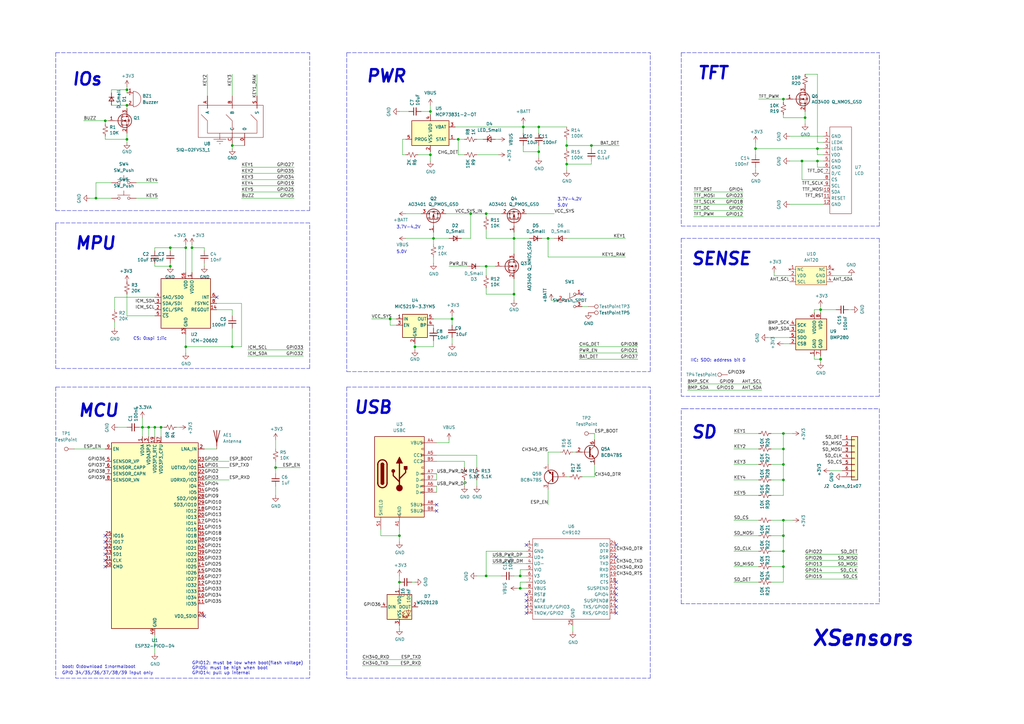
<source format=kicad_sch>
(kicad_sch (version 20211123) (generator eeschema)
  (paper "A3")
  (title_block (title "XTerminal") (date "2021-12-03") (rev "v1.0") (company "LithiumStudio"))
  (junction (at 335.28 66.04))
  (junction (at 176.53 63.5))
  (junction (at 58.42 175.26))
  (junction (at 39.37 81.28))
  (junction (at 321.31 226.06))
  (junction (at 213.36 241.3))
  (junction (at 232.41 59.69))
  (junction (at 321.31 219.71))
  (junction (at 220.98 52.07))
  (junction (at 69.85 109.22))
  (junction (at 60.96 175.26))
  (junction (at 43.18 49.53))
  (junction (at 69.85 101.6))
  (junction (at 52.07 43.18))
  (junction (at 95.25 142.24))
  (junction (at 176.53 45.72))
  (junction (at 224.79 97.79))
  (junction (at 177.8 97.79))
  (junction (at 185.42 130.81))
  (junction (at 163.83 238.76))
  (junction (at 321.31 40.64))
  (junction (at 199.39 236.22))
  (junction (at 330.2 48.26))
  (junction (at 242.57 59.69))
  (junction (at 309.88 60.96))
  (junction (at 66.04 175.26))
  (junction (at 193.04 87.63))
  (junction (at 199.39 109.22))
  (junction (at 232.41 67.31))
  (junction (at 210.82 97.79))
  (junction (at 220.98 62.23))
  (junction (at 52.07 36.83))
  (junction (at 336.55 147.32))
  (junction (at 113.03 191.77))
  (junction (at 63.5 175.26))
  (junction (at 199.39 87.63))
  (junction (at 321.31 213.36))
  (junction (at 163.83 219.71))
  (junction (at 335.28 60.96))
  (junction (at 328.93 66.04))
  (junction (at 214.63 52.07))
  (junction (at 321.31 196.85))
  (junction (at 321.31 232.41))
  (junction (at 321.31 177.8))
  (junction (at 170.18 142.24))
  (junction (at 78.74 101.6))
  (junction (at 321.31 184.15))
  (junction (at 52.07 57.15))
  (junction (at 160.02 130.81))
  (junction (at 187.96 57.15))
  (junction (at 76.2 142.24))
  (junction (at 213.36 236.22))
  (junction (at 76.2 101.6))
  (junction (at 336.55 127))
  (junction (at 95.25 59.69))
  (junction (at 321.31 190.5))
  (junction (at 210.82 120.65))
  (no_connect (at 88.9 121.92))
  (no_connect (at 252.73 251.46))
  (no_connect (at 252.73 246.38))
  (no_connect (at 252.73 243.84))
  (no_connect (at 252.73 248.92))
  (no_connect (at 252.73 241.3))
  (no_connect (at 252.73 238.76))
  (no_connect (at 252.73 223.52))
  (no_connect (at 215.9 223.52))
  (no_connect (at 43.18 227.33))
  (no_connect (at 43.18 229.87))
  (no_connect (at 43.18 232.41))
  (no_connect (at 43.18 224.79))
  (no_connect (at 43.18 222.25))
  (no_connect (at 43.18 219.71))
  (no_connect (at 179.07 207.01))
  (no_connect (at 238.76 120.65))
  (no_connect (at 252.73 228.6))
  (no_connect (at 179.07 209.55))
  (no_connect (at 83.82 252.73))
  (no_connect (at 215.9 246.38))
  (no_connect (at 215.9 251.46))
  (no_connect (at 215.9 243.84))
  (no_connect (at 215.9 248.92))
  (wire (pts (xy 330.2 30.48) (xy 335.28 30.48)))
  (wire (pts (xy 184.15 180.34) (xy 184.15 181.61)))
  (wire (pts (xy 95.25 134.62) (xy 95.25 142.24)))
  (wire (pts (xy 321.31 177.8) (xy 321.31 184.15)))
  (wire (pts (xy 99.06 76.2) (xy 120.65 76.2)))
  (wire (pts (xy 335.28 58.42) (xy 337.82 58.42)))
  (wire (pts (xy 176.53 66.04) (xy 176.53 63.5)))
  (wire (pts (xy 195.58 57.15) (xy 198.12 57.15)))
  (wire (pts (xy 300.99 238.76) (xy 311.15 238.76)))
  (wire (pts (xy 242.57 59.69) (xy 242.57 60.96)))
  (wire (pts (xy 300.99 219.71) (xy 311.15 219.71)))
  (wire (pts (xy 179.07 186.69) (xy 195.58 186.69)))
  (wire (pts (xy 58.42 175.26) (xy 58.42 179.07)))
  (wire (pts (xy 39.37 81.28) (xy 36.83 81.28)))
  (polyline (pts (xy 22.86 158.75) (xy 127 158.75)))
  (wire (pts (xy 340.36 193.04) (xy 345.44 193.04)))
  (wire (pts (xy 281.94 160.02) (xy 312.42 160.02)))
  (wire (pts (xy 193.04 87.63) (xy 199.39 87.63)))
  (wire (pts (xy 52.07 57.15) (xy 52.07 58.42)))
  (polyline (pts (xy 127 86.36) (xy 127 21.59)))
  (wire (pts (xy 195.58 196.85) (xy 195.58 199.39)))
  (wire (pts (xy 341.63 113.03) (xy 349.25 113.03)))
  (wire (pts (xy 177.8 97.79) (xy 184.15 97.79)))
  (wire (pts (xy 63.5 109.22) (xy 69.85 109.22)))
  (polyline (pts (xy 127 151.13) (xy 127 91.44)))
  (wire (pts (xy 172.72 45.72) (xy 176.53 45.72)))
  (wire (pts (xy 336.55 146.05) (xy 336.55 147.32)))
  (polyline (pts (xy 360.68 247.65) (xy 279.4 247.65)))
  (wire (pts (xy 170.18 143.51) (xy 170.18 142.24)))
  (wire (pts (xy 224.79 105.41) (xy 224.79 97.79)))
  (wire (pts (xy 232.41 66.04) (xy 232.41 67.31)))
  (wire (pts (xy 160.02 133.35) (xy 160.02 130.81)))
  (wire (pts (xy 201.93 231.14) (xy 215.9 231.14)))
  (wire (pts (xy 232.41 195.58) (xy 233.68 195.58)))
  (wire (pts (xy 337.82 73.66) (xy 328.93 73.66)))
  (wire (pts (xy 78.74 100.33) (xy 78.74 101.6)))
  (polyline (pts (xy 127 91.44) (xy 22.86 91.44)))
  (wire (pts (xy 337.82 68.58) (xy 335.28 68.58)))
  (polyline (pts (xy 360.68 167.64) (xy 360.68 247.65)))
  (wire (pts (xy 160.02 130.81) (xy 162.56 130.81)))
  (wire (pts (xy 88.9 124.46) (xy 99.06 124.46)))
  (wire (pts (xy 321.31 238.76) (xy 316.23 238.76)))
  (wire (pts (xy 220.98 62.23) (xy 220.98 64.77)))
  (polyline (pts (xy 22.86 91.44) (xy 22.86 92.71)))
  (wire (pts (xy 281.94 157.48) (xy 312.42 157.48)))
  (wire (pts (xy 190.5 189.23) (xy 190.5 191.77)))
  (wire (pts (xy 196.85 109.22) (xy 199.39 109.22)))
  (wire (pts (xy 325.12 177.8) (xy 321.31 177.8)))
  (polyline (pts (xy 360.68 162.56) (xy 279.4 162.56)))
  (wire (pts (xy 170.18 142.24) (xy 177.8 142.24)))
  (wire (pts (xy 66.04 179.07) (xy 66.04 175.26)))
  (wire (pts (xy 199.39 87.63) (xy 199.39 88.9)))
  (wire (pts (xy 52.07 57.15) (xy 52.07 54.61)))
  (wire (pts (xy 321.31 213.36) (xy 321.31 219.71)))
  (wire (pts (xy 300.99 184.15) (xy 311.15 184.15)))
  (wire (pts (xy 335.28 30.48) (xy 335.28 58.42)))
  (wire (pts (xy 52.07 43.18) (xy 52.07 44.45)))
  (wire (pts (xy 99.06 71.12) (xy 120.65 71.12)))
  (wire (pts (xy 52.07 36.83) (xy 52.07 38.1)))
  (wire (pts (xy 237.49 142.24) (xy 261.62 142.24)))
  (wire (pts (xy 182.88 87.63) (xy 193.04 87.63)))
  (wire (pts (xy 63.5 260.35) (xy 63.5 267.97)))
  (wire (pts (xy 214.63 62.23) (xy 220.98 62.23)))
  (wire (pts (xy 190.5 63.5) (xy 187.96 63.5)))
  (wire (pts (xy 69.85 102.87) (xy 69.85 101.6)))
  (wire (pts (xy 328.93 66.04) (xy 335.28 66.04)))
  (wire (pts (xy 187.96 57.15) (xy 190.5 57.15)))
  (wire (pts (xy 204.47 57.15) (xy 203.2 57.15)))
  (wire (pts (xy 311.15 40.64) (xy 321.31 40.64)))
  (wire (pts (xy 193.04 97.79) (xy 193.04 87.63)))
  (polyline (pts (xy 279.4 21.59) (xy 279.4 92.71)))
  (wire (pts (xy 88.9 127) (xy 95.25 127)))
  (polyline (pts (xy 22.86 158.75) (xy 22.86 278.13)))
  (wire (pts (xy 177.8 95.25) (xy 177.8 97.79)))
  (wire (pts (xy 190.5 196.85) (xy 190.5 199.39)))
  (wire (pts (xy 186.69 52.07) (xy 214.63 52.07)))
  (wire (pts (xy 210.82 120.65) (xy 210.82 114.3)))
  (wire (pts (xy 214.63 52.07) (xy 220.98 52.07)))
  (wire (pts (xy 176.53 63.5) (xy 176.53 62.23)))
  (wire (pts (xy 199.39 120.65) (xy 210.82 120.65)))
  (wire (pts (xy 45.72 36.83) (xy 52.07 36.83)))
  (wire (pts (xy 237.49 144.78) (xy 261.62 144.78)))
  (wire (pts (xy 99.06 81.28) (xy 120.65 81.28)))
  (wire (pts (xy 163.83 238.76) (xy 163.83 241.3)))
  (wire (pts (xy 83.82 196.85) (xy 93.98 196.85)))
  (wire (pts (xy 66.04 175.26) (xy 63.5 175.26)))
  (wire (pts (xy 214.63 50.8) (xy 214.63 52.07)))
  (wire (pts (xy 238.76 125.73) (xy 241.3 125.73)))
  (wire (pts (xy 63.5 175.26) (xy 60.96 175.26)))
  (wire (pts (xy 323.85 55.88) (xy 337.82 55.88)))
  (wire (pts (xy 234.95 185.42) (xy 236.22 185.42)))
  (wire (pts (xy 336.55 125.73) (xy 336.55 127)))
  (wire (pts (xy 330.2 237.49) (xy 351.79 237.49)))
  (wire (pts (xy 323.85 66.04) (xy 328.93 66.04)))
  (wire (pts (xy 57.15 175.26) (xy 58.42 175.26)))
  (wire (pts (xy 284.48 86.36) (xy 304.8 86.36)))
  (wire (pts (xy 83.82 107.95) (xy 83.82 109.22)))
  (wire (pts (xy 73.66 175.26) (xy 72.39 175.26)))
  (wire (pts (xy 300.99 203.2) (xy 311.15 203.2)))
  (wire (pts (xy 300.99 190.5) (xy 311.15 190.5)))
  (wire (pts (xy 321.31 48.26) (xy 330.2 48.26)))
  (wire (pts (xy 185.42 138.43) (xy 185.42 140.97)))
  (wire (pts (xy 78.74 101.6) (xy 78.74 111.76)))
  (wire (pts (xy 55.88 74.93) (xy 64.77 74.93)))
  (wire (pts (xy 325.12 213.36) (xy 321.31 213.36)))
  (polyline (pts (xy 279.4 97.79) (xy 360.68 97.79)))
  (wire (pts (xy 335.28 63.5) (xy 335.28 60.96)))
  (wire (pts (xy 321.31 46.99) (xy 321.31 48.26)))
  (wire (pts (xy 105.41 39.37) (xy 105.41 30.48)))
  (wire (pts (xy 195.58 63.5) (xy 204.47 63.5)))
  (wire (pts (xy 321.31 219.71) (xy 321.31 226.06)))
  (wire (pts (xy 309.88 68.58) (xy 309.88 69.85)))
  (wire (pts (xy 284.48 78.74) (xy 304.8 78.74)))
  (wire (pts (xy 63.5 107.95) (xy 63.5 109.22)))
  (wire (pts (xy 171.45 63.5) (xy 176.53 63.5)))
  (polyline (pts (xy 142.24 21.59) (xy 266.7 21.59)))
  (wire (pts (xy 317.5 113.03) (xy 323.85 113.03)))
  (polyline (pts (xy 142.24 158.75) (xy 266.7 158.75)))
  (wire (pts (xy 177.8 130.81) (xy 185.42 130.81)))
  (wire (pts (xy 163.83 219.71) (xy 163.83 222.25)))
  (wire (pts (xy 336.55 147.32) (xy 336.55 148.59)))
  (wire (pts (xy 316.23 184.15) (xy 321.31 184.15)))
  (wire (pts (xy 220.98 52.07) (xy 232.41 52.07)))
  (wire (pts (xy 166.37 63.5) (xy 165.1 63.5)))
  (wire (pts (xy 215.9 226.06) (xy 199.39 226.06)))
  (wire (pts (xy 300.99 213.36) (xy 311.15 213.36)))
  (wire (pts (xy 237.49 147.32) (xy 261.62 147.32)))
  (wire (pts (xy 330.2 45.72) (xy 330.2 48.26)))
  (wire (pts (xy 148.59 273.05) (xy 172.72 273.05)))
  (wire (pts (xy 242.57 67.31) (xy 232.41 67.31)))
  (wire (pts (xy 199.39 226.06) (xy 199.39 236.22)))
  (wire (pts (xy 316.23 190.5) (xy 321.31 190.5)))
  (wire (pts (xy 166.37 97.79) (xy 177.8 97.79)))
  (wire (pts (xy 309.88 60.96) (xy 309.88 63.5)))
  (polyline (pts (xy 279.4 247.65) (xy 279.4 167.64)))
  (wire (pts (xy 99.06 68.58) (xy 120.65 68.58)))
  (wire (pts (xy 63.5 102.87) (xy 63.5 101.6)))
  (wire (pts (xy 43.18 55.88) (xy 43.18 57.15)))
  (wire (pts (xy 166.37 87.63) (xy 172.72 87.63)))
  (polyline (pts (xy 142.24 278.13) (xy 266.7 278.13)))
  (wire (pts (xy 148.59 270.51) (xy 172.72 270.51)))
  (wire (pts (xy 321.31 40.64) (xy 322.58 40.64)))
  (wire (pts (xy 95.25 142.24) (xy 76.2 142.24)))
  (wire (pts (xy 55.88 81.28) (xy 64.77 81.28)))
  (wire (pts (xy 330.2 227.33) (xy 351.79 227.33)))
  (wire (pts (xy 177.8 97.79) (xy 177.8 100.33)))
  (wire (pts (xy 99.06 73.66) (xy 120.65 73.66)))
  (wire (pts (xy 316.23 196.85) (xy 321.31 196.85)))
  (wire (pts (xy 224.79 97.79) (xy 227.33 97.79)))
  (wire (pts (xy 284.48 81.28) (xy 304.8 81.28)))
  (wire (pts (xy 213.36 241.3) (xy 215.9 241.3)))
  (wire (pts (xy 254 59.69) (xy 242.57 59.69)))
  (wire (pts (xy 232.41 59.69) (xy 232.41 60.96)))
  (wire (pts (xy 63.5 179.07) (xy 63.5 175.26)))
  (wire (pts (xy 165.1 63.5) (xy 165.1 57.15)))
  (wire (pts (xy 163.83 217.17) (xy 163.83 219.71)))
  (wire (pts (xy 177.8 139.7) (xy 177.8 142.24)))
  (wire (pts (xy 185.42 130.81) (xy 185.42 133.35)))
  (wire (pts (xy 95.25 127) (xy 95.25 129.54)))
  (wire (pts (xy 195.58 191.77) (xy 195.58 186.69)))
  (wire (pts (xy 95.25 39.37) (xy 95.25 30.48)))
  (wire (pts (xy 186.69 57.15) (xy 187.96 57.15)))
  (wire (pts (xy 215.9 87.63) (xy 227.33 87.63)))
  (wire (pts (xy 76.2 100.33) (xy 76.2 101.6)))
  (wire (pts (xy 99.06 124.46) (xy 99.06 142.24)))
  (wire (pts (xy 45.72 43.18) (xy 52.07 43.18)))
  (polyline (pts (xy 266.7 278.13) (xy 266.7 158.75)))
  (wire (pts (xy 69.85 107.95) (xy 69.85 109.22)))
  (wire (pts (xy 330.2 229.87) (xy 351.79 229.87)))
  (wire (pts (xy 300.99 232.41) (xy 311.15 232.41)))
  (wire (pts (xy 95.25 59.69) (xy 95.25 60.96)))
  (wire (pts (xy 93.98 189.23) (xy 83.82 189.23)))
  (wire (pts (xy 242.57 66.04) (xy 242.57 67.31)))
  (wire (pts (xy 210.82 123.19) (xy 210.82 120.65)))
  (wire (pts (xy 46.99 132.08) (xy 46.99 134.62)))
  (polyline (pts (xy 279.4 167.64) (xy 280.67 167.64)))
  (wire (pts (xy 189.23 97.79) (xy 193.04 97.79)))
  (wire (pts (xy 215.9 238.76) (xy 213.36 238.76)))
  (polyline (pts (xy 279.4 92.71) (xy 360.68 92.71)))
  (wire (pts (xy 39.37 81.28) (xy 45.72 81.28)))
  (wire (pts (xy 43.18 49.53) (xy 43.18 50.8)))
  (wire (pts (xy 58.42 171.45) (xy 58.42 175.26)))
  (wire (pts (xy 48.26 175.26) (xy 52.07 175.26)))
  (wire (pts (xy 321.31 140.97) (xy 323.85 140.97)))
  (wire (pts (xy 185.42 129.54) (xy 185.42 130.81)))
  (wire (pts (xy 232.41 97.79) (xy 256.54 97.79)))
  (wire (pts (xy 199.39 93.98) (xy 199.39 97.79)))
  (wire (pts (xy 52.07 35.56) (xy 52.07 36.83)))
  (polyline (pts (xy 142.24 21.59) (xy 142.24 152.4)))
  (wire (pts (xy 242.57 59.69) (xy 232.41 59.69)))
  (wire (pts (xy 83.82 191.77) (xy 93.98 191.77)))
  (wire (pts (xy 217.17 97.79) (xy 210.82 97.79)))
  (wire (pts (xy 220.98 54.61) (xy 220.98 52.07)))
  (wire (pts (xy 330.2 232.41) (xy 351.79 232.41)))
  (wire (pts (xy 224.79 185.42) (xy 224.79 190.5)))
  (wire (pts (xy 113.03 199.39) (xy 113.03 203.2)))
  (wire (pts (xy 176.53 45.72) (xy 176.53 46.99)))
  (wire (pts (xy 215.9 233.68) (xy 213.36 233.68)))
  (polyline (pts (xy 22.86 92.71) (xy 22.86 151.13)))
  (wire (pts (xy 234.95 256.54) (xy 234.95 259.08)))
  (wire (pts (xy 99.06 142.24) (xy 95.25 142.24)))
  (wire (pts (xy 60.96 179.07) (xy 60.96 175.26)))
  (wire (pts (xy 52.07 129.54) (xy 63.5 129.54)))
  (wire (pts (xy 203.2 109.22) (xy 199.39 109.22)))
  (wire (pts (xy 210.82 95.25) (xy 210.82 97.79)))
  (wire (pts (xy 330.2 48.26) (xy 330.2 50.8)))
  (wire (pts (xy 101.6 146.05) (xy 124.46 146.05)))
  (wire (pts (xy 44.45 49.53) (xy 43.18 49.53)))
  (wire (pts (xy 232.41 57.15) (xy 232.41 59.69)))
  (wire (pts (xy 52.07 120.65) (xy 52.07 129.54)))
  (wire (pts (xy 67.31 175.26) (xy 66.04 175.26)))
  (wire (pts (xy 113.03 191.77) (xy 123.19 191.77)))
  (wire (pts (xy 214.63 52.07) (xy 214.63 54.61)))
  (wire (pts (xy 334.01 146.05) (xy 334.01 147.32)))
  (wire (pts (xy 201.93 228.6) (xy 215.9 228.6)))
  (wire (pts (xy 300.99 226.06) (xy 311.15 226.06)))
  (wire (pts (xy 46.99 121.92) (xy 46.99 127)))
  (wire (pts (xy 284.48 88.9) (xy 304.8 88.9)))
  (wire (pts (xy 314.96 138.43) (xy 323.85 138.43)))
  (wire (pts (xy 191.77 109.22) (xy 184.15 109.22)))
  (wire (pts (xy 58.42 175.26) (xy 60.96 175.26)))
  (wire (pts (xy 321.31 232.41) (xy 321.31 238.76)))
  (wire (pts (xy 45.72 38.1) (xy 45.72 36.83)))
  (wire (pts (xy 199.39 97.79) (xy 210.82 97.79)))
  (wire (pts (xy 335.28 68.58) (xy 335.28 66.04)))
  (wire (pts (xy 213.36 233.68) (xy 213.36 236.22)))
  (wire (pts (xy 226.06 123.19) (xy 228.6 123.19)))
  (wire (pts (xy 321.31 40.64) (xy 321.31 41.91)))
  (wire (pts (xy 309.88 60.96) (xy 335.28 60.96)))
  (wire (pts (xy 43.18 57.15) (xy 52.07 57.15)))
  (wire (pts (xy 34.29 49.53) (xy 43.18 49.53)))
  (wire (pts (xy 335.28 66.04) (xy 337.82 66.04)))
  (wire (pts (xy 168.91 238.76) (xy 170.18 238.76)))
  (wire (pts (xy 347.98 127) (xy 349.25 127)))
  (wire (pts (xy 163.83 256.54) (xy 163.83 257.81)))
  (wire (pts (xy 300.99 196.85) (xy 311.15 196.85)))
  (wire (pts (xy 212.09 241.3) (xy 213.36 241.3)))
  (wire (pts (xy 179.07 181.61) (xy 184.15 181.61)))
  (wire (pts (xy 99.06 78.74) (xy 120.65 78.74)))
  (wire (pts (xy 229.87 185.42) (xy 224.79 185.42)))
  (wire (pts (xy 170.18 142.24) (xy 170.18 140.97)))
  (wire (pts (xy 152.4 130.81) (xy 160.02 130.81)))
  (wire (pts (xy 69.85 101.6) (xy 76.2 101.6)))
  (wire (pts (xy 163.83 45.72) (xy 167.64 45.72)))
  (wire (pts (xy 337.82 60.96) (xy 335.28 60.96)))
  (wire (pts (xy 165.1 57.15) (xy 166.37 57.15)))
  (polyline (pts (xy 127 278.13) (xy 22.86 278.13)))
  (wire (pts (xy 39.37 74.93) (xy 45.72 74.93)))
  (wire (pts (xy 95.25 59.69) (xy 100.33 59.69)))
  (wire (pts (xy 243.84 195.58) (xy 238.76 195.58)))
  (wire (pts (xy 316.23 232.41) (xy 321.31 232.41)))
  (polyline (pts (xy 22.86 21.59) (xy 127 21.59)))
  (wire (pts (xy 243.84 190.5) (xy 243.84 195.58)))
  (wire (pts (xy 83.82 101.6) (xy 78.74 101.6)))
  (wire (pts (xy 330.2 234.95) (xy 351.79 234.95)))
  (wire (pts (xy 177.8 105.41) (xy 177.8 107.95)))
  (polyline (pts (xy 280.67 167.64) (xy 360.68 167.64)))
  (wire (pts (xy 334.01 127) (xy 336.55 127)))
  (wire (pts (xy 177.8 134.62) (xy 177.8 133.35)))
  (wire (pts (xy 214.63 59.69) (xy 214.63 62.23)))
  (wire (pts (xy 113.03 191.77) (xy 113.03 194.31)))
  (polyline (pts (xy 22.86 21.59) (xy 22.86 86.36)))
  (wire (pts (xy 210.82 104.14) (xy 210.82 97.79)))
  (wire (pts (xy 113.03 189.23) (xy 113.03 191.77)))
  (wire (pts (xy 156.21 219.71) (xy 163.83 219.71)))
  (wire (pts (xy 336.55 127) (xy 336.55 128.27)))
  (wire (pts (xy 222.25 97.79) (xy 224.79 97.79)))
  (wire (pts (xy 284.48 83.82) (xy 304.8 83.82)))
  (wire (pts (xy 323.85 83.82) (xy 337.82 83.82)))
  (wire (pts (xy 179.07 199.39) (xy 179.07 201.93)))
  (wire (pts (xy 210.82 236.22) (xy 213.36 236.22)))
  (wire (pts (xy 336.55 127) (xy 342.9 127)))
  (wire (pts (xy 101.6 143.51) (xy 124.46 143.51)))
  (wire (pts (xy 205.74 87.63) (xy 199.39 87.63)))
  (polyline (pts (xy 279.4 97.79) (xy 279.4 162.56)))
  (wire (pts (xy 337.82 63.5) (xy 335.28 63.5)))
  (wire (pts (xy 63.5 101.6) (xy 69.85 101.6)))
  (polyline (pts (xy 266.7 152.4) (xy 266.7 21.59)))
  (wire (pts (xy 316.23 213.36) (xy 321.31 213.36)))
  (wire (pts (xy 213.36 238.76) (xy 213.36 241.3)))
  (wire (pts (xy 224.79 105.41) (xy 256.54 105.41)))
  (wire (pts (xy 83.82 184.15) (xy 88.9 184.15)))
  (wire (pts (xy 76.2 137.16) (xy 76.2 142.24)))
  (wire (pts (xy 199.39 118.11) (xy 199.39 120.65)))
  (wire (pts (xy 30.48 184.15) (xy 43.18 184.15)))
  (wire (pts (xy 187.96 63.5) (xy 187.96 57.15)))
  (wire (pts (xy 328.93 73.66) (xy 328.93 66.04)))
  (wire (pts (xy 224.79 200.66) (xy 224.79 207.01)))
  (wire (pts (xy 76.2 101.6) (xy 76.2 111.76)))
  (wire (pts (xy 321.31 226.06) (xy 321.31 232.41)))
  (wire (pts (xy 316.23 177.8) (xy 321.31 177.8)))
  (wire (pts (xy 321.31 203.2) (xy 316.23 203.2)))
  (wire (pts (xy 317.5 111.76) (xy 317.5 113.03)))
  (wire (pts (xy 321.31 184.15) (xy 321.31 190.5)))
  (wire (pts (xy 83.82 102.87) (xy 83.82 101.6)))
  (polyline (pts (xy 22.86 86.36) (xy 127 86.36)))
  (wire (pts (xy 113.03 180.34) (xy 113.03 184.15)))
  (wire (pts (xy 213.36 236.22) (xy 215.9 236.22)))
  (wire (pts (xy 162.56 133.35) (xy 160.02 133.35)))
  (wire (pts (xy 334.01 147.32) (xy 336.55 147.32)))
  (wire (pts (xy 300.99 177.8) (xy 311.15 177.8)))
  (wire (pts (xy 321.31 190.5) (xy 321.31 196.85)))
  (wire (pts (xy 156.21 217.17) (xy 156.21 219.71)))
  (wire (pts (xy 199.39 236.22) (xy 195.58 236.22)))
  (wire (pts (xy 243.84 177.8) (xy 243.84 180.34)))
  (wire (pts (xy 76.2 142.24) (xy 76.2 144.78)))
  (polyline (pts (xy 360.68 92.71) (xy 360.68 21.59)))
  (wire (pts (xy 199.39 236.22) (xy 205.74 236.22)))
  (wire (pts (xy 199.39 109.22) (xy 199.39 113.03)))
  (polyline (pts (xy 279.4 21.59) (xy 360.68 21.59)))
  (wire (pts (xy 163.83 236.22) (xy 163.83 238.76)))
  (wire (pts (xy 179.07 194.31) (xy 179.07 196.85)))
  (wire (pts (xy 321.31 196.85) (xy 321.31 203.2)))
  (polyline (pts (xy 22.86 151.13) (xy 127 151.13)))
  (wire (pts (xy 334.01 128.27) (xy 334.01 127)))
  (wire (pts (xy 232.41 67.31) (xy 232.41 69.85)))
  (polyline (pts (xy 142.24 158.75) (xy 142.24 278.13)))
  (wire (pts (xy 85.09 39.37) (xy 85.09 30.48)))
  (wire (pts (xy 46.99 121.92) (xy 63.5 121.92)))
  (wire (pts (xy 316.23 219.71) (xy 321.31 219.71)))
  (polyline (pts (xy 127 158.75) (xy 127 278.13)))
  (wire (pts (xy 176.53 43.18) (xy 176.53 45.72)))
  (wire (pts (xy 316.23 226.06) (xy 321.31 226.06)))
  (polyline (pts (xy 142.24 152.4) (xy 266.7 152.4)))
  (wire (pts (xy 39.37 74.93) (xy 39.37 81.28)))
  (polyline (pts (xy 360.68 97.79) (xy 360.68 162.56)))
  (wire (pts (xy 179.07 189.23) (xy 190.5 189.23)))
  (wire (pts (xy 309.88 58.42) (xy 309.88 60.96)))
  (wire (pts (xy 220.98 59.69) (xy 220.98 62.23)))
  (text "MPU" (at 30.48 102.87 0) (effects (font (size 5 5) bold italic) (justify left bottom)))
  (text "GPIO 34/35/36/37/38/39 input only" (at 25.4 276.86 0) (effects (font (size 1.27 1.27)) (justify left bottom)))
  (text "(lib_symbols\n  (symbol \"Connector_Generic:Conn_01x02\" (pin_names (offset 1.016) hide) (in_bom yes) (on_board yes)\n    (property \"Reference\" \"J\" (id 0) (at 0 2.54 0)\n      (effects (font (size 1.27 1.27)))\n    )\n    (property \"Value\" \"Conn_01x02\" (id 1) (at 0 -5.08 0)\n      (effects (font (size 1.27 1.27)))\n    )\n    (property \"Footprint\" \"\" (id 2) (at 0 0 0)\n      (effects (font (size 1.27 1.27)) hide)\n    )\n    (property \"Datasheet\" \"~\" (id 3) (at 0 0 0)\n      (effects (font (size 1.27 1.27)) hide)\n    )\n    (property \"ki_keywords\" \"connector\" (id 4) (at 0 0 0)\n      (effects (font (size 1.27 1.27)) hide)\n    )\n    (property \"ki_description\" \"Generic connector, single row, 01x02, script generated (kicad-library-utils/schlib/autogen/connector/)\" (id 5) (at 0 0 0)\n      (effects (font (size 1.27 1.27)) hide)\n    )\n    (property \"ki_fp_filters\" \"Connector*:*_1x??_*\" (id 6) (at 0 0 0)\n      (effects (font (size 1.27 1.27)) hide)\n    )\n    (symbol \"Conn_01x02_1_1\"\n      (rectangle (start -1.27 -2.413) (end 0 -2.667)\n        (stroke (width 0.1524) (type default) (color 0 0 0 0))\n        (fill (type none))\n      )\n      (rectangle (start -1.27 0.127) (end 0 -0.127)\n        (stroke (width 0.1524) (type default) (color 0 0 0 0))\n        (fill (type none))\n      )\n      (rectangle (start -1.27 1.27) (end 1.27 -3.81)\n        (stroke (width 0.254) (type default) (color 0 0 0 0))\n        (fill (type background))\n      )\n      (pin passive line (at -5.08 0 0) (length 3.81)\n        (name \"Pin_1\" (effects (font (size 1.27 1.27))))\n        (number \"1\" (effects (font (size 1.27 1.27))))\n      )\n      (pin passive line (at -5.08 -2.54 0) (length 3.81)\n        (name \"Pin_2\" (effects (font (size 1.27 1.27))))\n        (number \"2\" (effects (font (size 1.27 1.27))))\n      )\n    )\n  )\n)\n\n(symbol (lib_id \"Connector_Generic:Conn_01x02\") (at 246.38 120.65 0) (unit 1)\n  (in_bom yes) (on_board yes) (fields_autoplaced)\n  (uuid 3ab20a81-1dbb-4b7e-9306-bd152be1dad9)\n  (property \"Reference\" \"J1\" (id 0) (at 248.92 120.6499 0)\n    (effects (font (size 1.27 1.27)) (justify left))\n  )\n  (property \"Value\" \"Conn_01x02\" (id 1) (at 248.92 123.1899 0)\n    (effects (font (size 1.27 1.27)) (justify left))\n  )\n  (property \"Footprint\" \"Connector_PinHeader_2.00mm:PinHeader_1x02_P2.00mm_Vertical\" (id 2) (at 246.38 120.65 0)\n    (effects (font (size 1.27 1.27)) hide)\n  )\n  (property \"Datasheet\" \"~\" (id 3) (at 246.38 120.65 0)\n    (effects (font (size 1.27 1.27)) hide)\n  )\n  (pin \"1\" (uuid 7556b96d-6099-418a-b01d-d22f094553a7))\n  (pin \"2\" (uuid 4bd4f1b0-66d1-41e2-9bdf-f5f7c87d8074))\n)\n\n(sheet_instances\n  (path \"/\" (page \"1\"))\n)\n\n(symbol_instances\n  (path \"/3ab20a81-1dbb-4b7e-9306-bd152be1dad9\"\n    (reference \"J1\") (unit 1) (value \"Conn_01x02\") (footprint \"Connector_PinHeader_2.00mm:PinHeader_1x02_P2.00mm_Vertical\")\n  )\n)\n" (at 458.47 205.74 0) (effects (font (size 1.27 1.27)) (justify left bottom)))
  (text "IIC: SDO: address bit 0" (at 283.21 148.59 0) (effects (font (size 1.27 1.27)) (justify left bottom)))
  (text "5.0V" (at 228.6 85.09 0) (effects (font (size 1.27 1.27)) (justify left bottom)))
  (text "3.7V-4.2V" (at 228.6 82.55 0) (effects (font (size 1.27 1.27)) (justify left bottom)))
  (text "GPIO12: must be low when boot(flash voltage)\nGPIO5: must be high when boot\nGPIO14: pull up internal" (at 78.74 276.86 0) (effects (font (size 1.27 1.27)) (justify left bottom)))
  (text "XSensors" (at 332.74 265.43 0) (effects (font (size 6 6) (thickness 1.2) bold italic) (justify left bottom)))
  (text "3.7V-4.2V" (at 162.56 93.98 0) (effects (font (size 1.27 1.27)) (justify left bottom)))
  (text "MCU" (at 31.75 171.45 0) (effects (font (size 5 5) (thickness 1) bold italic) (justify left bottom)))
  (text "USB" (at 144.78 170.18 0) (effects (font (size 5 5) bold italic) (justify left bottom)))
  (text "PWR" (at 149.86 34.29 0) (effects (font (size 5 5) bold italic) (justify left bottom)))
  (text "IOs" (at 29.21 35.56 0) (effects (font (size 5 5) bold italic) (justify left bottom)))
  (text "boot: 0:download 1:normalboot" (at 25.4 274.32 0) (effects (font (size 1.27 1.27)) (justify left bottom)))
  (text "SENSE" (at 283.21 109.22 0) (effects (font (size 5 5) bold italic) (justify left bottom)))
  (text "TFT" (at 285.75 33.02 0) (effects (font (size 5 5) bold italic) (justify left bottom)))
  (text "CS: 0:spi 1:iic" (at 54.61 139.7 0) (effects (font (size 1.27 1.27)) (justify left bottom)))
  (text "5.0V" (at 162.56 104.14 0) (effects (font (size 1.27 1.27)) (justify left bottom)))
  (text "SD" (at 283.21 180.34 0) (effects (font (size 5 5) bold italic) (justify left bottom)))
  (label "CH340_TXD" (at 148.59 273.05 0))
  (label "GPIO3" (at 83.82 196.85 0))
  (label "AHT_SDA" (at 341.63 115.57 0))
  (label "BMP_SCK" (at 281.94 157.48 0))
  (label "TFT_PWM" (at 311.15 40.64 0))
  (label "SD_DET" (at 351.79 227.33 180))
  (label "KEY2" (at 99.06 71.12 0))
  (label "ICM_SCL" (at 101.6 143.51 0))
  (label "GPIO2" (at 83.82 194.31 0))
  (label "ICM_SDA" (at 101.6 146.05 0))
  (label "GPIO32" (at 124.46 146.05 180))
  (label "SD_CS" (at 300.99 213.36 0))
  (label "GPIO23" (at 304.8 81.28 180))
  (label "GPIO36" (at 156.21 248.92 180))
  (label "GPIO23" (at 83.82 229.87 0))
  (label "GPIO4" (at 304.8 78.74 180))
  (label "BMP_SCK" (at 323.85 133.35 180))
  (label "KEY5" (at 300.99 203.2 0))
  (label "BAT_DET" (at 237.49 147.32 0))
  (label "GPIO14" (at 330.2 234.95 0))
  (label "USB_PWR_DP" (at 179.07 199.39 0))
  (label "BUZZ" (at 34.29 49.53 0))
  (label "ICM_SDA" (at 63.5 124.46 180))
  (label "ESP_EN" (at 123.19 191.77 180))
  (label "KEY2" (at 300.99 184.15 0))
  (label "GPIO1" (at 83.82 191.77 0))
  (label "VCC_SYS" (at 227.33 87.63 0))
  (label "SD_CLK" (at 345.44 187.96 180))
  (label "GPIO18" (at 304.8 83.82 180))
  (label "TTF_MOSI" (at 284.48 81.28 0))
  (label "SD_DET" (at 345.44 180.34 180))
  (label "ESP_TXD" (at 93.98 191.77 0))
  (label "CH340_DTR" (at 243.84 195.58 0))
  (label "TFT_SCLK" (at 284.48 83.82 0))
  (label "TFT_PWM" (at 284.48 88.9 0))
  (label "PWR_EN" (at 184.15 109.22 0))
  (label "SD_MISO" (at 300.99 232.41 0))
  (label "GPIO33" (at 83.82 242.57 0))
  (label "BMP_SDA" (at 323.85 135.89 180))
  (label "SD_MISO" (at 351.79 229.87 180))
  (label "KEY1_RAW" (at 256.54 105.41 180))
  (label "BMP_SDA" (at 281.94 160.02 0))
  (label "CHG_DET" (at 187.96 63.5 180))
  (label "GPIO38" (at 43.18 194.31 180))
  (label "TTF_MOSI" (at 337.82 78.74 180))
  (label "CH340_RXD" (at 252.73 233.68 0))
  (label "KEY1" (at 300.99 177.8 0))
  (label "KEY4" (at 99.06 76.2 0))
  (label "KEY3" (at 300.99 190.5 0))
  (label "CH340_RXD" (at 148.59 270.51 0))
  (label "KEY1" (at 256.54 97.79 180))
  (label "SD_CLK" (at 351.79 234.95 180))
  (label "KEY3" (at 99.06 73.66 0))
  (label "USB_PWR_DP" (at 201.93 228.6 0))
  (label "ESP_TXD" (at 172.72 270.51 180))
  (label "TFT_SCLK" (at 337.82 76.2 180))
  (label "ESP_BOOT" (at 243.84 177.8 0))
  (label "GPIO2" (at 304.8 86.36 180))
  (label "GPIO19" (at 120.65 76.2 180))
  (label "ESP_RXD" (at 93.98 196.85 0))
  (label "GPIO25" (at 120.65 78.74 180))
  (label "SD_MISO" (at 345.44 182.88 180))
  (label "VCC_SYS" (at 152.4 130.81 0))
  (label "KEY1" (at 99.06 68.58 0))
  (label "GPIO12" (at 304.8 88.9 180))
  (label "GPIO22" (at 83.82 227.33 0))
  (label "SD_MOSI" (at 300.99 219.71 0))
  (label "GPIO0" (at 83.82 189.23 0))
  (label "KEY4" (at 300.99 196.85 0))
  (label "GPIO26" (at 330.2 229.87 0))
  (label "CH340_RTS" (at 252.73 236.22 0))
  (label "GPIO38" (at 261.62 142.24 180))
  (label "AHT_SCL" (at 323.85 115.57 180))
  (label "CH340_TXD" (at 252.73 231.14 0))
  (label "KEY4" (at 64.77 74.93 180))
  (label "GPIO35" (at 120.65 71.12 180))
  (label "AHT_SDA" (at 312.42 160.02 180))
  (label "ESP_BOOT" (at 93.98 189.23 0))
  (label "KEY5" (at 99.06 78.74 0))
  (label "GPIO14" (at 83.82 214.63 0))
  (label "CHG_DET" (at 237.49 142.24 0))
  (label "GPIO5" (at 120.65 81.28 180))
  (label "GPIO37" (at 261.62 147.32 180))
  (label "VCC_SYS_IN" (at 186.69 87.63 0))
  (label "AHT_SCL" (at 312.42 157.48 180))
  (label "GPIO34" (at 83.82 245.11 0))
  (label "GPIO5" (at 83.82 201.93 0))
  (label "SD_CLK" (at 300.99 226.06 0))
  (label "GPIO13" (at 83.82 212.09 0))
  (label "GPIO13" (at 330.2 232.41 0))
  (label "KEY3" (at 95.25 30.48 270))
  (label "GPIO26" (at 83.82 234.95 0))
  (label "GPIO10" (at 300.99 160.02 180))
  (label "GPIO27" (at 120.65 68.58 180))
  (label "GPIO9" (at 300.99 157.48 180))
  (label "GPIO9" (at 83.82 204.47 0))
  (label "BUZZ" (at 99.06 81.28 0))
  (label "ICM_SCL" (at 63.5 127 180))
  (label "GPIO33" (at 124.46 143.51 180))
  (label "TFT_RST" (at 284.48 78.74 0))
  (label "GPIO25" (at 83.82 232.41 0))
  (label "ESP_RXD" (at 172.72 273.05 180))
  (label "GPIO34" (at 120.65 73.66 180))
  (label "GPIO15" (at 330.2 237.49 0))
  (label "GPIO19" (at 83.82 222.25 0))
  (label "TFT_DC" (at 284.48 86.36 0))
  (label "GPIO35" (at 83.82 247.65 0))
  (label "GPIO4" (at 83.82 199.39 0))
  (label "GPIO39" (at 43.18 196.85 180))
  (label "CH340_DTR" (at 252.73 226.06 0))
  (label "PWR_EN" (at 237.49 144.78 0))
  (label "SD_DET" (at 300.99 238.76 0))
  (label "USB_PWR_DM" (at 179.07 194.31 0))
  (label "GPIO15" (at 83.82 217.17 0))
  (label "CH340_RTS" (at 224.79 185.42 180))
  (label "SD_MOSI" (at 345.44 185.42 180))
  (label "KEY5" (at 64.77 81.28 180))
  (label "SD_CS" (at 351.79 237.49 180))
  (label "SD_CS" (at 345.44 190.5 180))
  (label "GPIO36" (at 43.18 189.23 180))
  (label "GPIO21" (at 83.82 224.79 0))
  (label "GPIO18" (at 83.82 219.71 0))
  (label "GPIO39" (at 298.45 153.67 0))
  (label "GPIO32" (at 83.82 240.03 0))
  (label "GPIO21" (at 261.62 144.78 180))
  (label "KEY1_RAW" (at 105.41 30.48 270))
  (label "ESP_EN" (at 34.29 184.15 0))
  (label "TFT_DC" (at 337.82 71.12 180))
  (label "GPIO27" (at 83.82 237.49 0))
  (label "ESP_EN" (at 224.79 207.01 180))
  (label "TFT_RST" (at 337.82 81.28 180))
  (label "SD_MOSI" (at 351.79 232.41 180))
  (label "GPIO22" (at 330.2 227.33 0))
  (label "GPIO12" (at 83.82 209.55 0))
  (label "GPIO37" (at 43.18 191.77 180))
  (label "USB_PWR_DM" (at 201.93 231.14 0))
  (label "GPIO10" (at 83.82 207.01 0))
  (label "KEY2" (at 85.09 30.48 270))
  (label "BAT_DET" (at 254 59.69 180))
  (symbol (lib_id "RF_Module:ESP32-PICO-D4") (at 63.5 219.71 0) (unit 1)
    (property "Reference" "U1" (at 63.5 262.6106 0))
    (property "Value" "ESP32-PICO-D4" (at 63.5 264.922 0))
    (property "Footprint" "1.XTerminal:QFN-48-7x7mm" (effects hide))
    (property "Datasheet" "https://www.espressif.com/sites/default/files/documentation/esp32-pico-d4_datasheet_en.pdf" (effects hide))
  )
  (symbol (lib_id "power:+3.3VA") (at 58.42 171.45 0) (unit 1)
    (property "Reference" "#PWR06" (effects hide))
    (property "Value" "+3.3VA" (at 58.801 167.0558 0))
  )
  (symbol (lib_id "power:+3.3V") (at 73.66 175.26 270) (unit 1)
    (property "Reference" "#PWR010" (effects hide))
    (property "Value" "+3.3V" (at 78.0542 175.641 0))
  )
  (symbol (lib_id "Device:R_Small_US") (at 69.85 175.26 270) (unit 1)
    (property "Reference" "R4" (at 71.0184 176.9872 0) (effects (justify left)))
    (property "Value" "0R" (at 68.707 176.9872 0) (effects (justify left)))
    (property "Footprint" "Resistor_SMD:R_0402_1005Metric_Pad0.72x0.64mm_HandSolder" (effects hide))
  )
  (symbol (lib_id "Device:Q_PMOS_GSD") (at 210.82 90.17 270) (mirror x) (unit 1)
    (property "Reference" "Q4" (at 210.82 81.4832 90))
    (property "Value" "AO3401 Q_PMOS_GSD" (at 210.82 83.7946 90))
    (property "Footprint" "Package_TO_SOT_SMD:SOT-23" (effects hide))
  )
  (symbol (lib_id "Device:Q_NMOS_GSD") (at 208.28 109.22 0) (unit 1)
    (property "Reference" "Q3" (at 213.4616 108.0516 0) (effects (justify left)))
    (property "Value" "AO3400 Q_NMOS_GSD" (at 217.17 119.38 90) (effects (justify left)))
    (property "Footprint" "Package_TO_SOT_SMD:SOT-23" (effects hide))
  )
  (symbol (lib_id "Device:R_Small_US") (at 199.39 91.44 0) (unit 1)
    (property "Reference" "R11" (at 201.1172 90.2716 0) (effects (justify left)))
    (property "Value" "10K" (at 201.1172 92.583 0) (effects (justify left)))
    (property "Footprint" "Resistor_SMD:R_0402_1005Metric_Pad0.72x0.64mm_HandSolder" (effects hide))
  )
  (symbol (lib_id "Device:R_Small_US") (at 199.39 115.57 0) (unit 1)
    (property "Reference" "R12" (at 201.1172 114.4016 0) (effects (justify left)))
    (property "Value" "10K" (at 201.1172 116.713 0) (effects (justify left)))
    (property "Footprint" "Resistor_SMD:R_0402_1005Metric_Pad0.72x0.64mm_HandSolder" (effects hide))
  )
  (symbol (lib_id "Device:D_Small") (at 194.31 109.22 180) (unit 1)
    (property "Reference" "D3" (at 194.31 114.4778 0))
    (property "Value" "D_Small" (at 194.31 112.1664 0))
    (property "Footprint" "Diode_SMD:D_SOD-323" (effects hide))
  )
  (symbol (lib_id "Device:D_Small") (at 229.87 97.79 0) (unit 1)
    (property "Reference" "D6" (at 229.87 92.5322 0))
    (property "Value" "D_Small" (at 229.87 94.8436 0))
    (property "Footprint" "Diode_SMD:D_SOD-323" (effects hide))
  )
  (symbol (lib_id "Device:D_Small") (at 219.71 97.79 180) (unit 1)
    (property "Reference" "D5" (at 219.71 92.5322 0))
    (property "Value" "D_Small" (at 219.71 94.8436 0))
    (property "Footprint" "Diode_SMD:D_SOD-323" (effects hide))
  )
  (symbol (lib_id "power:GND") (at 210.82 123.19 0) (unit 1)
    (property "Reference" "#PWR034" (effects hide))
    (property "Value" "GND" (at 210.82 127 0))
  )
  (symbol (lib_id "LED:WS2812B") (at 163.83 248.92 0) (unit 1)
    (property "Reference" "D7" (at 175.26 244.5893 0))
    (property "Value" "WS2812B" (at 175.26 247.1293 0))
    (property "Footprint" "1.XTerminal:WS2812B-clear" (effects hide))
    (property "Datasheet" "https://cdn-shop.adafruit.com/datasheets/WS2812B.pdf" (effects hide))
  )
  (symbol (lib_id "Device:R_Small_US") (at 232.41 185.42 90) (unit 1)
    (property "Reference" "R16" (at 231.2416 183.6928 0) (effects (justify left)))
    (property "Value" "10K" (at 233.553 183.6928 0) (effects (justify left)))
    (property "Footprint" "Resistor_SMD:R_0402_1005Metric_Pad0.72x0.64mm_HandSolder" (effects hide))
  )
  (symbol (lib_id "Device:C_Small") (at 69.85 105.41 0) (mirror y) (unit 1)
    (property "Reference" "C3" (at 67.5132 104.2416 0) (effects (justify left)))
    (property "Value" "100nF" (at 67.5132 106.553 0) (effects (justify left)))
    (property "Footprint" "Capacitor_SMD:C_0402_1005Metric_Pad0.74x0.62mm_HandSolder" (effects hide))
  )
  (symbol (lib_id "Device:Antenna") (at 88.9 179.07 0) (unit 1)
    (property "Reference" "AE1" (at 91.44 178.4349 0) (effects (justify left)))
    (property "Value" "Antenna" (at 91.44 180.9749 0) (effects (justify left)))
    (property "Footprint" "RF_Antenna:Johanson_2450AT43F0100" (effects hide))
  )
  (symbol (lib_id "Device:R_Small_US") (at 313.69 213.36 270) (unit 1)
    (property "Reference" "R21" (at 314.8584 215.0872 0) (effects (justify left)))
    (property "Value" "10K" (at 312.547 215.0872 0) (effects (justify left)))
    (property "Footprint" "Resistor_SMD:R_0402_1005Metric_Pad0.72x0.64mm_HandSolder" (effects hide))
  )
  (symbol (lib_id "Switch:SW_Push") (at 50.8 74.93 0) (unit 1)
    (property "Reference" "SW4" (at 50.8 67.31 0))
    (property "Value" "SW_Push" (at 50.8 69.85 0))
    (property "Footprint" "Button_Switch_SMD:Panasonic_EVQPUJ_EVQPUA" (effects hide))
  )
  (symbol (lib_id "power:+3.3V") (at 340.36 193.04 90) (unit 1)
    (property "Reference" "#PWR0110" (effects hide))
    (property "Value" "+3.3V" (at 335.9658 192.659 0))
  )
  (symbol (lib_id "power:VBUS") (at 176.53 43.18 0) (unit 1)
    (property "Reference" "#PWR022" (effects hide))
    (property "Value" "VBUS" (at 176.53 38.1 0))
  )
  (symbol (lib_id "Device:C_Small") (at 185.42 135.89 0) (mirror y) (unit 1)
    (property "Reference" "C9" (at 189.23 134.62 0) (effects (justify left)))
    (property "Value" "10uF" (at 191.77 137.16 0) (effects (justify left)))
    (property "Footprint" "Capacitor_SMD:C_0402_1005Metric_Pad0.74x0.62mm_HandSolder" (effects hide))
  )
  (symbol (lib_id "power:GND") (at 190.5 199.39 0) (unit 1)
    (property "Reference" "#PWR028" (effects hide))
    (property "Value" "GND" (at 190.627 203.7842 0))
  )
  (symbol (lib_id "power:GND") (at 163.83 45.72 270) (unit 1)
    (property "Reference" "#PWR017" (effects hide))
    (property "Value" "GND" (at 159.4358 45.847 0))
  )
  (symbol (lib_id "power:GND") (at 336.55 148.59 0) (unit 1)
    (property "Reference" "#PWR0106" (effects hide))
    (property "Value" "GND" (at 336.677 152.9842 0))
  )
  (symbol (lib_id "Battery_Management:MCP73831-2-OT") (at 176.53 54.61 0) (unit 1)
    (property "Reference" "U5" (at 178.5494 44.45 0) (effects (justify left)))
    (property "Value" "MCP73831-2-OT" (at 178.5494 46.99 0) (effects (justify left)))
    (property "Footprint" "Package_TO_SOT_SMD:SOT-23-5" (effects hide))
    (property "Datasheet" "http://ww1.microchip.com/downloads/en/DeviceDoc/20001984g.pdf" (effects hide))
  )
  (symbol (lib_id "Device:Q_NMOS_GSD") (at 49.53 49.53 0) (unit 1)
    (property "Reference" "Q1" (at 54.7116 48.3616 0) (effects (justify left)))
    (property "Value" "AO3400 Q_NMOS_GSD" (effects hide))
    (property "Footprint" "Package_TO_SOT_SMD:SOT-23" (effects hide))
  )
  (symbol (lib_id "power:GND") (at 163.83 222.25 0) (unit 1)
    (property "Reference" "#PWR021" (effects hide))
    (property "Value" "GND" (at 163.957 226.6442 0))
  )
  (symbol (lib_id "power:GND") (at 76.2 144.78 0) (unit 1)
    (property "Reference" "#PWR012" (effects hide))
    (property "Value" "GND" (at 76.327 149.1742 0))
  )
  (symbol (lib_id "Device:R_Small_US") (at 313.69 238.76 270) (unit 1)
    (property "Reference" "R25" (at 314.8584 240.4872 0) (effects (justify left)))
    (property "Value" "10K" (at 312.547 240.4872 0) (effects (justify left)))
    (property "Footprint" "Resistor_SMD:R_0402_1005Metric_Pad0.72x0.64mm_HandSolder" (effects hide))
  )
  (symbol (lib_id "power:GND") (at 177.8 107.95 0) (unit 1)
    (property "Reference" "#PWR024" (effects hide))
    (property "Value" "GND" (at 177.927 112.3442 0))
  )
  (symbol (lib_id "Device:LED_Small") (at 200.66 57.15 0) (unit 1)
    (property "Reference" "D4" (at 200.7235 50.8 0))
    (property "Value" "LED_Small" (at 200.7235 53.34 0))
    (property "Footprint" "Capacitor_SMD:C_0402_1005Metric_Pad0.74x0.62mm_HandSolder" (effects hide))
  )
  (symbol (lib_id "Device:R_Small_US") (at 313.69 184.15 270) (unit 1)
    (property "Reference" "R27" (at 314.8584 185.8772 0) (effects (justify left)))
    (property "Value" "10K" (at 312.547 185.8772 0) (effects (justify left)))
    (property "Footprint" "Resistor_SMD:R_0402_1005Metric_Pad0.72x0.64mm_HandSolder" (effects hide))
  )
  (symbol (lib_id "Device:R_Small_US") (at 313.69 203.2 270) (unit 1)
    (property "Reference" "R30" (at 314.8584 204.9272 0) (effects (justify left)))
    (property "Value" "10K" (at 312.547 204.9272 0) (effects (justify left)))
    (property "Footprint" "Resistor_SMD:R_0402_1005Metric_Pad0.72x0.64mm_HandSolder" (effects hide))
  )
  (symbol (lib_id "power:GND") (at 349.25 127 90) (unit 1)
    (property "Reference" "#PWR0108" (effects hide))
    (property "Value" "GND" (at 353.6442 126.873 0))
  )
  (symbol (lib_id "power:GND") (at 323.85 83.82 270) (unit 1)
    (property "Reference" "#PWR046" (effects hide))
    (property "Value" "GND" (at 319.4558 83.947 0))
  )
  (symbol (lib_id "Device:R_Small_US") (at 43.18 53.34 0) (unit 1)
    (property "Reference" "R1" (at 44.9072 52.1716 0) (effects (justify left)))
    (property "Value" "10K" (at 44.9072 54.483 0) (effects (justify left)))
    (property "Footprint" "Resistor_SMD:R_0402_1005Metric_Pad0.72x0.64mm_HandSolder" (effects hide))
  )
  (symbol (lib_id "Device:C_Small") (at 214.63 57.15 0) (mirror y) (unit 1)
    (property "Reference" "C10" (at 218.44 55.88 0) (effects (justify left)))
    (property "Value" "10uF" (at 220.98 58.42 0) (effects (justify left)))
    (property "Footprint" "Capacitor_SMD:C_0402_1005Metric_Pad0.74x0.62mm_HandSolder" (effects hide))
  )
  (symbol (lib_id "New_Library:LCD") (at 337.82 55.88 0) (unit 1)
    (property "Reference" "U7" (at 350.52 68.5799 0) (effects (justify left)))
    (property "Value" "LCD" (at 350.52 71.1199 0) (effects (justify left)))
    (property "Footprint" "Library:LCD-ST7789-1.54-12PINS" (effects hide))
  )
  (symbol (lib_id "power:GND") (at 95.25 60.96 0) (unit 1)
    (property "Reference" "#PWR0103" (effects hide))
    (property "Value" "GND" (at 95.25 64.77 0))
  )
  (symbol (lib_id "power:GND") (at 220.98 64.77 0) (unit 1)
    (property "Reference" "#PWR036" (effects hide))
    (property "Value" "GND" (at 221.107 69.1642 0))
  )
  (symbol (lib_id "1.XTerminal:AHT20") (at 323.85 110.49 0) (unit 1)
    (property "Reference" "U10" (at 332.74 104.14 0))
    (property "Value" "AHT20" (at 332.74 106.68 0))
    (property "Footprint" "Package_DFN_QFN:DFN-6-1EP_3x3mm_P1mm_EP1.5x2.4mm" (effects hide))
  )
  (symbol (lib_id "Device:R_Small_US") (at 313.69 190.5 270) (unit 1)
    (property "Reference" "R28" (at 314.8584 192.2272 0) (effects (justify left)))
    (property "Value" "10K" (at 312.547 192.2272 0) (effects (justify left)))
    (property "Footprint" "Resistor_SMD:R_0402_1005Metric_Pad0.72x0.64mm_HandSolder" (effects hide))
  )
  (symbol (lib_id "power:+3.3V") (at 321.31 140.97 90) (unit 1)
    (property "Reference" "#PWR0104" (effects hide))
    (property "Value" "+3.3V" (at 316.9158 140.589 0))
  )
  (symbol (lib_id "power:VBUS") (at 212.09 241.3 90) (unit 1)
    (property "Reference" "#PWR0101" (effects hide))
    (property "Value" "VBUS" (at 207.01 241.3 0))
  )
  (symbol (lib_id "Connector:TestPoint") (at 298.45 153.67 90) (unit 1)
    (property "Reference" "TP4" (at 283.21 153.67 90))
    (property "Value" "TestPoint" (at 289.56 153.67 90))
    (property "Footprint" "TestPoint:TestPoint_Pad_D1.0mm" (effects hide))
  )
  (symbol (lib_id "power:+3.3V") (at 113.03 180.34 0) (unit 1)
    (property "Reference" "#PWR015" (effects hide))
    (property "Value" "+3.3V" (at 113.411 175.9458 0))
  )
  (symbol (lib_id "Device:R_Small_US") (at 232.41 63.5 0) (unit 1)
    (property "Reference" "R15" (at 234.1372 62.3316 0) (effects (justify left)))
    (property "Value" "100K" (at 234.1372 64.643 0) (effects (justify left)))
    (property "Footprint" "Resistor_SMD:R_0402_1005Metric_Pad0.72x0.64mm_HandSolder" (effects hide))
  )
  (symbol (lib_id "power:GND") (at 345.44 195.58 270) (unit 1)
    (property "Reference" "#PWR0111" (effects hide))
    (property "Value" "GND" (at 341.0458 195.707 0))
  )
  (symbol (lib_id "power:+BATT") (at 214.63 50.8 0) (unit 1)
    (property "Reference" "#PWR035" (effects hide))
    (property "Value" "+BATT" (at 214.63 45.72 0))
  )
  (symbol (lib_id "power:GND") (at 195.58 236.22 270) (unit 1)
    (property "Reference" "#PWR0102" (effects hide))
    (property "Value" "GND" (at 191.1858 236.347 0))
  )
  (symbol (lib_id "Connector:TestPoint") (at 30.48 184.15 90) (unit 1)
    (property "Reference" "TP1" (at 27.178 177.8 90))
    (property "Value" "TestPoint" (at 27.178 180.34 90))
    (property "Footprint" "TestPoint:TestPoint_Pad_D1.0mm" (effects hide))
  )
  (symbol (lib_id "power:GND") (at 83.82 109.22 0) (unit 1)
    (property "Reference" "#PWR014" (effects hide))
    (property "Value" "GND" (at 83.947 113.6142 0))
  )
  (symbol (lib_id "Device:C_Small") (at 220.98 57.15 0) (mirror y) (unit 1)
    (property "Reference" "C11" (at 224.79 55.88 0) (effects (justify left)))
    (property "Value" "100nF" (at 228.6 58.42 0) (effects (justify left)))
    (property "Footprint" "Capacitor_SMD:C_0402_1005Metric_Pad0.74x0.62mm_HandSolder" (effects hide))
  )
  (symbol (lib_id "power:VBUS") (at 166.37 97.79 90) (unit 1)
    (property "Reference" "#PWR019" (effects hide))
    (property "Value" "VBUS" (at 162.56 100.33 90) (effects (justify right)))
  )
  (symbol (lib_id "Device:D_Small") (at 186.69 97.79 180) (unit 1)
    (property "Reference" "D2" (at 186.69 92.5322 0))
    (property "Value" "D_Small" (at 186.69 94.8436 0))
    (property "Footprint" "Diode_SMD:D_SOD-323" (effects hide))
  )
  (symbol (lib_id "power:GND") (at 195.58 199.39 0) (unit 1)
    (property "Reference" "#PWR029" (effects hide))
    (property "Value" "GND" (at 195.707 203.7842 0))
  )
  (symbol (lib_id "Device:R_Small_US") (at 168.91 63.5 270) (unit 1)
    (property "Reference" "R6" (at 170.0784 65.2272 0) (effects (justify left)))
    (property "Value" "2K" (at 167.767 65.2272 0) (effects (justify left)))
    (property "Footprint" "Resistor_SMD:R_0402_1005Metric_Pad0.72x0.64mm_HandSolder" (effects hide))
  )
  (symbol (lib_id "Transistor_BJT:BC847BS") (at 241.3 185.42 0) (unit 1)
    (property "Reference" "Q5" (at 246.38 184.1499 0) (effects (justify left)))
    (property "Value" "BC847BS" (at 246.38 186.6899 0) (effects (justify left)))
    (property "Footprint" "Package_TO_SOT_SMD:SOT-363_SC-70-6" (effects hide))
    (property "Datasheet" "https://assets.nexperia.com/documents/data-sheet/BC847BS.pdf" (effects hide))
  )
  (symbol (lib_id "Device:D_Small") (at 45.72 40.64 270) (unit 1)
    (property "Reference" "D1" (at 50.9778 40.64 0))
    (property "Value" "D_Small" (at 48.6664 40.64 0))
    (property "Footprint" "Diode_SMD:D_SOD-323" (effects hide))
  )
  (symbol (lib_id "power:+3.3V") (at 325.12 177.8 270) (unit 1)
    (property "Reference" "#PWR0114" (effects hide))
    (property "Value" "+3.3V" (at 329.5142 178.181 0))
  )
  (symbol (lib_id "power:+3.3V") (at 163.83 236.22 0) (unit 1)
    (property "Reference" "#PWR0117" (effects hide))
    (property "Value" "+3.3V" (at 164.211 231.8258 0))
  )
  (symbol (lib_id "Device:R_Small_US") (at 193.04 63.5 270) (unit 1)
    (property "Reference" "R9" (at 194.2084 65.2272 0) (effects (justify left)))
    (property "Value" "10K" (at 191.897 65.2272 0) (effects (justify left)))
    (property "Footprint" "Resistor_SMD:R_0402_1005Metric_Pad0.72x0.64mm_HandSolder" (effects hide))
  )
  (symbol (lib_id "power:+3.3V") (at 325.12 213.36 270) (unit 1)
    (property "Reference" "#PWR0109" (effects hide))
    (property "Value" "+3.3V" (at 329.5142 213.741 0))
  )
  (symbol (lib_id "power:GND") (at 113.03 203.2 0) (unit 1)
    (property "Reference" "#PWR016" (effects hide))
    (property "Value" "GND" (at 113.157 207.5942 0))
  )
  (symbol (lib_id "Device:R_Small_US") (at 313.69 219.71 270) (unit 1)
    (property "Reference" "R22" (at 314.8584 221.4372 0) (effects (justify left)))
    (property "Value" "10K" (at 312.547 221.4372 0) (effects (justify left)))
    (property "Footprint" "Resistor_SMD:R_0402_1005Metric_Pad0.72x0.64mm_HandSolder" (effects hide))
  )
  (symbol (lib_id "Device:R_Small_US") (at 313.69 177.8 270) (unit 1)
    (property "Reference" "R26" (at 314.8584 179.5272 0) (effects (justify left)))
    (property "Value" "10K" (at 312.547 179.5272 0) (effects (justify left)))
    (property "Footprint" "Resistor_SMD:R_0402_1005Metric_Pad0.72x0.64mm_HandSolder" (effects hide))
  )
  (symbol (lib_id "power:GND") (at 323.85 55.88 270) (unit 1)
    (property "Reference" "#PWR044" (effects hide))
    (property "Value" "GND" (at 319.4558 56.007 0))
  )
  (symbol (lib_id "power:VBUS") (at 184.15 180.34 0) (unit 1)
    (property "Reference" "#PWR027" (effects hide))
    (property "Value" "VBUS" (at 184.15 175.26 0))
  )
  (symbol (lib_id "power:GND") (at 176.53 66.04 0) (unit 1)
    (property "Reference" "#PWR023" (effects hide))
    (property "Value" "GND" (at 176.657 70.4342 0))
  )
  (symbol (lib_id "power:GND") (at 36.83 81.28 270) (unit 1)
    (property "Reference" "#PWR08" (effects hide))
    (property "Value" "GND" (at 32.4358 81.407 0))
  )
  (symbol (lib_id "power:GND") (at 48.26 175.26 270) (unit 1)
    (property "Reference" "#PWR04" (effects hide))
    (property "Value" "GND" (at 43.8658 175.387 0))
  )
  (symbol (lib_id "Transistor_BJT:BC847BS") (at 227.33 195.58 180) (unit 2)
    (property "Reference" "Q5" (at 222.25 194.3099 0) (effects (justify left)))
    (property "Value" "BC847BS" (at 222.25 196.8499 0) (effects (justify left)))
    (property "Footprint" "Package_TO_SOT_SMD:SOT-363_SC-70-6" (effects hide))
    (property "Datasheet" "https://assets.nexperia.com/documents/data-sheet/BC847BS.pdf" (effects hide))
  )
  (symbol (lib_id "power:+BATT") (at 226.06 123.19 0) (unit 1)
    (property "Reference" "#PWR032" (effects hide))
    (property "Value" "+BATT" (at 223.52 118.11 90) (effects (justify right)))
  )
  (symbol (lib_id "Device:C_Small") (at 208.28 236.22 90) (unit 1)
    (property "Reference" "C13" (at 207.1116 233.8832 0) (effects (justify left)))
    (property "Value" "100nF" (at 209.423 233.8832 0) (effects (justify left)))
    (property "Footprint" "Capacitor_SMD:C_0402_1005Metric_Pad0.74x0.62mm_HandSolder" (effects hide))
  )
  (symbol (lib_id "power:+3.3V") (at 317.5 111.76 0) (unit 1)
    (property "Reference" "#PWR0116" (effects hide))
    (property "Value" "+3.3V" (at 317.881 107.3658 0))
  )
  (symbol (lib_id "Device:C_Small") (at 177.8 137.16 0) (mirror y) (unit 1)
    (property "Reference" "C8" (at 181.61 135.89 0) (effects (justify left)))
    (property "Value" "10nF" (at 184.15 138.43 0) (effects (justify left)))
    (property "Footprint" "Capacitor_SMD:C_0402_1005Metric_Pad0.74x0.62mm_HandSolder" (effects hide))
  )
  (symbol (lib_id "power:GND") (at 163.83 257.81 0) (unit 1)
    (property "Reference" "#PWR0113" (effects hide))
    (property "Value" "GND" (at 163.957 262.2042 0))
  )
  (symbol (lib_id "power:GND") (at 349.25 113.03 180) (unit 1)
    (property "Reference" "#PWR0115" (effects hide))
    (property "Value" "GND" (at 349.123 108.6358 0))
  )
  (symbol (lib_id "Device:R_Small_US") (at 195.58 194.31 0) (unit 1)
    (property "Reference" "R13" (at 197.3072 193.1416 0) (effects (justify left)))
    (property "Value" "5.1K" (at 197.3072 195.453 0) (effects (justify left)))
    (property "Footprint" "Resistor_SMD:R_0402_1005Metric_Pad0.72x0.64mm_HandSolder" (effects hide))
  )
  (symbol (lib_id "power:GND") (at 52.07 58.42 0) (unit 1)
    (property "Reference" "#PWR03" (effects hide))
    (property "Value" "GND" (at 52.07 62.23 0))
  )
  (symbol (lib_id "Connector:TestPoint") (at 241.3 128.27 270) (unit 1)
    (property "Reference" "TP5" (at 256.54 128.27 90))
    (property "Value" "TestPoint" (at 250.19 128.27 90))
    (property "Footprint" "TestPoint:TestPoint_Pad_D1.0mm" (effects hide))
  )
  (symbol (lib_id "Device:C_Small") (at 242.57 63.5 0) (unit 1)
    (property "Reference" "C12" (at 244.9068 62.3316 0) (effects (justify left)))
    (property "Value" "0.1uF" (at 244.9068 64.643 0) (effects (justify left)))
    (property "Footprint" "Capacitor_SMD:C_0402_1005Metric_Pad0.74x0.62mm_HandSolder" (effects hide))
  )
  (symbol (lib_id "Sensor_Pressure:BMP280") (at 334.01 138.43 0) (unit 1)
    (property "Reference" "U9" (at 340.36 135.8899 0) (effects (justify left)))
    (property "Value" "BMP280" (at 340.36 138.4299 0) (effects (justify left)))
    (property "Footprint" "Package_LGA:Bosch_LGA-8_2x2.5mm_P0.65mm_ClockwisePinNumbering" (effects hide))
    (property "Datasheet" "https://ae-bst.resource.bosch.com/media/_tech/media/datasheets/BST-BMP280-DS001.pdf" (effects hide))
  )
  (symbol (lib_id "Device:R_Small_US") (at 330.2 33.02 180) (unit 1)
    (property "Reference" "R20" (at 328.4728 34.1884 0) (effects (justify left)))
    (property "Value" "10R" (at 328.4728 31.877 0) (effects (justify left)))
    (property "Footprint" "Resistor_SMD:R_0402_1005Metric_Pad0.72x0.64mm_HandSolder" (effects hide))
  )
  (symbol (lib_id "power:GND") (at 170.18 143.51 0) (unit 1)
    (property "Reference" "#PWR020" (effects hide))
    (property "Value" "GND" (at 170.18 147.32 0))
  )
  (symbol (lib_id "power:GND") (at 63.5 267.97 0) (unit 1)
    (property "Reference" "#PWR07" (effects hide))
    (property "Value" "GND" (at 63.627 272.3642 0))
  )
  (symbol (lib_id "Device:C_Small") (at 309.88 66.04 0) (mirror y) (unit 1)
    (property "Reference" "C14" (at 307.5432 64.8716 0) (effects (justify left)))
    (property "Value" "100nF" (at 307.34 67.31 0) (effects (justify left)))
    (property "Footprint" "Capacitor_SMD:C_0402_1005Metric_Pad0.74x0.62mm_HandSolder" (effects hide))
  )
  (symbol (lib_id "Device:R_Small_US") (at 113.03 186.69 0) (unit 1)
    (property "Reference" "R5" (at 114.7572 185.5216 0) (effects (justify left)))
    (property "Value" "10K" (at 114.7572 187.833 0) (effects (justify left)))
    (property "Footprint" "Resistor_SMD:R_0402_1005Metric_Pad0.72x0.64mm_HandSolder" (effects hide))
  )
  (symbol (lib_id "power:+3.3V") (at 204.47 63.5 270) (unit 1)
    (property "Reference" "#PWR031" (effects hide))
    (property "Value" "+3.3V" (at 208.8642 63.881 0))
  )
  (symbol (lib_id "Device:R_Small_US") (at 313.69 232.41 270) (unit 1)
    (property "Reference" "R24" (at 314.8584 234.1372 0) (effects (justify left)))
    (property "Value" "10K" (at 312.547 234.1372 0) (effects (justify left)))
    (property "Footprint" "Resistor_SMD:R_0402_1005Metric_Pad0.72x0.64mm_HandSolder" (effects hide))
  )
  (symbol (lib_id "Device:C_Small") (at 83.82 105.41 0) (unit 1)
    (property "Reference" "C4" (at 86.1568 104.2416 0) (effects (justify left)))
    (property "Value" "10nF" (at 86.1568 106.553 0) (effects (justify left)))
    (property "Footprint" "Capacitor_SMD:C_0402_1005Metric_Pad0.74x0.62mm_HandSolder" (effects hide))
  )
  (symbol (lib_id "Device:C_Small") (at 345.44 127 90) (mirror x) (unit 1)
    (property "Reference" "C15" (at 344.2716 129.3368 0) (effects (justify left)))
    (property "Value" "100nF" (at 346.71 129.54 0) (effects (justify left)))
    (property "Footprint" "Capacitor_SMD:C_0402_1005Metric_Pad0.74x0.62mm_HandSolder" (effects hide))
  )
  (symbol (lib_id "power:+3.3V") (at 78.74 100.33 0) (unit 1)
    (property "Reference" "#PWR013" (effects hide))
    (property "Value" "+3.3V" (at 81.28 96.52 0))
  )
  (symbol (lib_id "power:+3.3V") (at 309.88 58.42 0) (unit 1)
    (property "Reference" "#PWR042" (effects hide))
    (property "Value" "+3.3V" (at 310.261 54.0258 0))
  )
  (symbol (lib_id "power:GND") (at 46.99 134.62 0) (unit 1)
    (property "Reference" "#PWR01" (effects hide))
    (property "Value" "GND" (at 47.117 139.0142 0))
  )
  (symbol (lib_id "power:VBUS") (at 204.47 57.15 270) (unit 1)
    (property "Reference" "#PWR030" (effects hide))
    (property "Value" "VBUS" (at 209.55 57.15 0))
  )
  (symbol (lib_id "power:GND") (at 241.3 128.27 0) (unit 1)
    (property "Reference" "#PWR033" (effects hide))
    (property "Value" "GND" (at 241.427 132.6642 0))
  )
  (symbol (lib_id "power:GND") (at 170.18 238.76 90) (unit 1)
    (property "Reference" "#PWR0112" (effects hide))
    (property "Value" "GND" (at 174.5742 238.633 0))
  )
  (symbol (lib_id "Device:C_Small") (at 95.25 132.08 0) (mirror y) (unit 1)
    (property "Reference" "C5" (at 92.9132 130.9116 0) (effects (justify left)))
    (property "Value" "100nF" (at 92.9132 133.223 0) (effects (justify left)))
    (property "Footprint" "Capacitor_SMD:C_0402_1005Metric_Pad0.74x0.62mm_HandSolder" (effects hide))
  )
  (symbol (lib_id "power:GND") (at 234.95 259.08 0) (unit 1)
    (property "Reference" "#PWR039" (effects hide))
    (property "Value" "GND" (at 235.077 263.4742 0))
  )
  (symbol (lib_id "power:+3.3V") (at 52.07 115.57 0) (mirror y) (unit 1)
    (property "Reference" "#PWR05" (effects hide))
    (property "Value" "+3.3V" (at 51.689 111.1758 0))
  )
  (symbol (lib_id "Device:R_Small_US") (at 321.31 44.45 180) (unit 1)
    (property "Reference" "R19" (at 319.5828 45.6184 0) (effects (justify left)))
    (property "Value" "10K" (at 319.5828 43.307 0) (effects (justify left)))
    (property "Footprint" "Resistor_SMD:R_0402_1005Metric_Pad0.72x0.64mm_HandSolder" (effects hide))
  )
  (symbol (lib_id "Device:C_Small") (at 63.5 105.41 0) (mirror y) (unit 1)
    (property "Reference" "C2" (at 61.1632 104.2416 0) (effects (justify left)))
    (property "Value" "10uF" (at 61.1632 106.553 0) (effects (justify left)))
    (property "Footprint" "Capacitor_SMD:C_0402_1005Metric_Pad0.74x0.62mm_HandSolder" (effects hide))
  )
  (symbol (lib_id "Device:R_Small_US") (at 313.69 226.06 270) (unit 1)
    (property "Reference" "R23" (at 314.8584 227.7872 0) (effects (justify left)))
    (property "Value" "10K" (at 312.547 227.7872 0) (effects (justify left)))
    (property "Footprint" "Resistor_SMD:R_0402_1005Metric_Pad0.72x0.64mm_HandSolder" (effects hide))
  )
  (symbol (lib_id "Sensor_Motion:ICM-20602") (at 76.2 124.46 0) (unit 1)
    (property "Reference" "U2" (at 78.2194 137.16 0) (effects (justify left)))
    (property "Value" "ICM-20602" (at 78.2194 139.7 0) (effects (justify left)))
    (property "Footprint" "Package_LGA:LGA-16_3x3mm_P0.5mm_LayoutBorder3x5y" (effects hide))
    (property "Datasheet" "http://www.invensense.com/wp-content/uploads/2016/10/DS-000176-ICM-20602-v1.0.pdf" (effects hide))
  )
  (symbol (lib_id "power:+3.3V") (at 336.55 125.73 0) (unit 1)
    (property "Reference" "#PWR0105" (effects hide))
    (property "Value" "+3.3V" (at 336.931 121.3358 0))
  )
  (symbol (lib_id "Device:R_Small_US") (at 46.99 129.54 0) (unit 1)
    (property "Reference" "R2" (at 48.7172 128.3716 0) (effects (justify left)))
    (property "Value" "20K" (at 48.7172 130.683 0) (effects (justify left)))
    (property "Footprint" "Resistor_SMD:R_0402_1005Metric_Pad0.72x0.64mm_HandSolder" (effects hide))
  )
  (symbol (lib_id "power:GND") (at 309.88 69.85 0) (unit 1)
    (property "Reference" "#PWR043" (effects hide))
    (property "Value" "GND" (at 310.007 74.2442 0))
  )
  (symbol (lib_id "New_Library:USBC") (at 153.67 212.09 0) (unit 1)
    (property "Reference" "U3" (at 163.83 173.99 0))
    (property "Value" "USBC" (at 163.83 176.53 0))
    (property "Footprint" "Connector_USB:USB_C_Receptacle_XKB_U262-16XN-4BVC11" (effects hide))
  )
  (symbol (lib_id "Connector_Generic:Conn_01x07") (at 350.52 187.96 0) (unit 1)
    (property "Reference" "J2" (at 337.82 199.39 0) (effects (justify left)))
    (property "Value" "Conn_01x07" (at 341.63 199.39 0) (effects (justify left)))
    (property "Footprint" "Connector_PinHeader_2.00mm:PinHeader_2x04_P2.00mm_Vertical" (effects hide))
  )
  (symbol (lib_id "Device:R_Small_US") (at 190.5 194.31 0) (unit 1)
    (property "Reference" "R10" (at 192.2272 193.1416 0) (effects (justify left)))
    (property "Value" "5.1K" (at 192.2272 195.453 0) (effects (justify left)))
    (property "Footprint" "Resistor_SMD:R_0402_1005Metric_Pad0.72x0.64mm_HandSolder" (effects hide))
  )
  (symbol (lib_id "Device:R_Small_US") (at 232.41 54.61 0) (unit 1)
    (property "Reference" "R14" (at 234.1372 53.4416 0) (effects (justify left)))
    (property "Value" "100K" (at 234.1372 55.753 0) (effects (justify left)))
    (property "Footprint" "Resistor_SMD:R_0402_1005Metric_Pad0.72x0.64mm_HandSolder" (effects hide))
  )
  (symbol (lib_id "Device:C_Small") (at 54.61 175.26 90) (unit 1)
    (property "Reference" "C1" (at 53.4416 172.9232 0) (effects (justify left)))
    (property "Value" "100nF" (at 55.753 172.9232 0) (effects (justify left)))
    (property "Footprint" "Capacitor_SMD:C_0402_1005Metric_Pad0.74x0.62mm_HandSolder" (effects hide))
  )
  (symbol (lib_id "power:GND") (at 330.2 50.8 0) (unit 1)
    (property "Reference" "#PWR047" (effects hide))
    (property "Value" "GND" (at 330.327 55.1942 0))
  )
  (symbol (lib_id "power:+3.3V") (at 185.42 129.54 0) (unit 1)
    (property "Reference" "#PWR025" (effects hide))
    (property "Value" "+3.3V" (at 185.801 125.1458 0))
  )
  (symbol (lib_id "power:+BATT") (at 166.37 87.63 90) (unit 1)
    (property "Reference" "#PWR018" (effects hide))
    (property "Value" "+BATT" (at 161.29 90.17 90) (effects (justify right)))
  )
  (symbol (lib_id "power:GND") (at 323.85 66.04 270) (unit 1)
    (property "Reference" "#PWR045" (effects hide))
    (property "Value" "GND" (at 319.4558 66.167 0))
  )
  (symbol (lib_id "Device:R_Small_US") (at 313.69 196.85 270) (unit 1)
    (property "Reference" "R29" (at 314.8584 198.5772 0) (effects (justify left)))
    (property "Value" "10K" (at 312.547 198.5772 0) (effects (justify left)))
    (property "Footprint" "Resistor_SMD:R_0402_1005Metric_Pad0.72x0.64mm_HandSolder" (effects hide))
  )
  (symbol (lib_id "Connector:TestPoint") (at 241.3 125.73 270) (unit 1)
    (property "Reference" "TP3" (at 256.54 125.73 90))
    (property "Value" "TestPoint" (at 250.19 125.73 90))
    (property "Footprint" "TestPoint:TestPoint_Pad_D1.0mm" (effects hide))
  )
  (symbol (lib_id "power:GND") (at 232.41 69.85 0) (unit 1)
    (property "Reference" "#PWR037" (effects hide))
    (property "Value" "GND" (at 232.537 74.2442 0))
  )
  (symbol (lib_id "Device:Buzzer") (at 54.61 40.64 0) (unit 1)
    (property "Reference" "BZ1" (at 58.42 39.3699 0) (effects (justify left)))
    (property "Value" "Buzzer" (at 58.42 41.9099 0) (effects (justify left)))
    (property "Footprint" "Library:DET402" (effects hide))
  )
  (symbol (lib_id "Device:C_Small") (at 170.18 45.72 90) (unit 1)
    (property "Reference" "C7" (at 169.0116 43.3832 0) (effects (justify left)))
    (property "Value" "10uF" (at 171.323 43.3832 0) (effects (justify left)))
    (property "Footprint" "Capacitor_SMD:C_0402_1005Metric_Pad0.74x0.62mm_HandSolder" (effects hide))
  )
  (symbol (lib_id "power:GND") (at 69.85 109.22 0) (mirror y) (unit 1)
    (property "Reference" "#PWR09" (effects hide))
    (property "Value" "GND" (at 69.723 113.6142 0))
  )
  (symbol (lib_id "1.XTerminal:CH9102") (at 215.9 223.52 0) (unit 1)
    (property "Reference" "U6" (at 234.315 215.9 0))
    (property "Value" "CH9102" (at 234.315 218.44 0))
    (property "Footprint" "Package_DFN_QFN:QFN-24-1EP_4x4mm_P0.5mm_EP2.15x2.15mm" (effects hide))
  )
  (symbol (lib_id "Device:C_Small") (at 113.03 196.85 0) (unit 1)
    (property "Reference" "C6" (at 115.3668 195.6816 0) (effects (justify left)))
    (property "Value" "1uF" (at 115.3668 197.993 0) (effects (justify left)))
    (property "Footprint" "Capacitor_SMD:C_0402_1005Metric_Pad0.74x0.62mm_HandSolder" (effects hide))
  )
  (symbol (lib_id "Device:R_Small_US") (at 236.22 195.58 90) (unit 1)
    (property "Reference" "R17" (at 235.0516 193.8528 0) (effects (justify left)))
    (property "Value" "10K" (at 237.363 193.8528 0) (effects (justify left)))
    (property "Footprint" "Resistor_SMD:R_0402_1005Metric_Pad0.72x0.64mm_HandSolder" (effects hide))
  )
  (symbol (lib_id "kicad_lceda:SIQ-02FVS3_1") (at 95.25 49.53 0) (unit 1)
    (property "Reference" "U8" (at 86.36 58.9326 0) (effects (justify right)))
    (property "Value" "SIQ-02FVS3_1" (at 86.36 61.4726 0) (effects (justify right)))
    (property "Footprint" "kicad_lceda:SW-SMD_SIQ-02FVS3_1" (effects hide))
    (property "SuppliersPartNumber" "C2912904" (effects hide))
    (property "uuid" "std:3d46b2802c644d6e8bc2a431c92b36fa" (effects hide))
  )
  (symbol (lib_id "Switch:SW_Push") (at 50.8 81.28 0) (unit 1)
    (property "Reference" "SW5" (at 50.8 73.66 0))
    (property "Value" "SW_Push" (at 50.8 76.2 0))
    (property "Footprint" "Button_Switch_SMD:Panasonic_EVQPUJ_EVQPUA" (effects hide))
  )
  (symbol (lib_id "Device:Q_NMOS_GSD") (at 327.66 40.64 0) (unit 1)
    (property "Reference" "Q6" (at 332.8416 39.4716 0) (effects (justify left)))
    (property "Value" "AO3400 Q_NMOS_GSD" (at 332.8416 41.783 0) (effects (justify left)))
    (property "Footprint" "Package_TO_SOT_SMD:SOT-23" (effects hide))
  )
  (symbol (lib_id "1.XTerminal:SW_Push_SPDT") (at 233.68 123.19 0) (unit 1)
    (property "Reference" "SW1" (at 233.68 115.57 0))
    (property "Value" "SW_Push_SPDT" (at 233.68 123.19 0))
    (property "Footprint" "Button_Switch_SMD:SW_SPDT_PCM12" (effects hide))
  )
  (symbol (lib_id "Device:R_Small_US") (at 177.8 102.87 0) (unit 1)
    (property "Reference" "R7" (at 179.5272 101.7016 0) (effects (justify left)))
    (property "Value" "10K" (at 179.5272 104.013 0) (effects (justify left)))
    (property "Footprint" "Resistor_SMD:R_0402_1005Metric_Pad0.72x0.64mm_HandSolder" (effects hide))
  )
  (symbol (lib_id "Connector:TestPoint") (at 243.84 177.8 90) (unit 1)
    (property "Reference" "TP2" (at 240.538 171.45 90))
    (property "Value" "TestPoint" (at 240.538 173.99 90))
    (property "Footprint" "TestPoint:TestPoint_Pad_D1.0mm" (effects hide))
  )
  (symbol (lib_id "power:GND") (at 185.42 140.97 0) (unit 1)
    (property "Reference" "#PWR026" (effects hide))
    (property "Value" "GND" (at 185.547 145.3642 0))
  )
  (symbol (lib_id "power:+3.3V") (at 52.07 35.56 0) (unit 1)
    (property "Reference" "#PWR02" (effects hide))
    (property "Value" "+3.3V" (at 52.451 31.1658 0))
  )
  (symbol (lib_id "Device:R_Small_US") (at 52.07 118.11 0) (unit 1)
    (property "Reference" "R3" (at 53.7972 116.9416 0) (effects (justify left)))
    (property "Value" "20K" (at 53.7972 119.253 0) (effects (justify left)))
    (property "Footprint" "Resistor_SMD:R_0402_1005Metric_Pad0.72x0.64mm_HandSolder" (effects hide))
  )
  (symbol (lib_id "power:GND") (at 314.96 138.43 270) (unit 1)
    (property "Reference" "#PWR0107" (effects hide))
    (property "Value" "GND" (at 310.5658 138.557 0))
  )
  (symbol (lib_id "Device:C_Small") (at 166.37 238.76 90) (mirror x) (unit 1)
    (property "Reference" "C16" (at 165.2016 241.0968 0) (effects (justify left)))
    (property "Value" "100nF" (at 167.64 241.3 0) (effects (justify left)))
    (property "Footprint" "Capacitor_SMD:C_0402_1005Metric_Pad0.74x0.62mm_HandSolder" (effects hide))
  )
  (symbol (lib_id "Regulator_Linear:MIC5219-3.3YM5") (at 170.18 133.35 0) (unit 1)
    (property "Reference" "U4" (at 170.18 123.19 0))
    (property "Value" "MIC5219-3.3YM5" (at 170.18 125.73 0))
    (property "Footprint" "Package_TO_SOT_SMD:SOT-23-5" (effects hide))
    (property "Datasheet" "http://ww1.microchip.com/downloads/en/DeviceDoc/MIC5219-500mA-Peak-Output-LDO-Regulator-DS20006021A.pdf" (effects hide))
  )
  (symbol (lib_id "Device:Q_PMOS_GSD") (at 177.8 90.17 90) (unit 1)
    (property "Reference" "Q2" (at 177.8 81.4832 90))
    (property "Value" "AO3401 Q_PMOS_GSD" (at 177.8 83.7946 90))
    (property "Footprint" "Package_TO_SOT_SMD:SOT-23" (effects hide))
  )
  (symbol (lib_id "Device:R_Small_US") (at 193.04 57.15 90) (unit 1)
    (property "Reference" "R8" (at 191.8716 55.4228 0) (effects (justify left)))
    (property "Value" "1K" (at 194.183 55.4228 0) (effects (justify left)))
    (property "Footprint" "Resistor_SMD:R_0402_1005Metric_Pad0.72x0.64mm_HandSolder" (effects hide))
  )
  (symbol (lib_id "power:+3.3V") (at 76.2 100.33 0) (mirror y) (unit 1)
    (property "Reference" "#PWR011" (effects hide))
    (property "Value" "+3.3V" (at 73.66 96.52 0))
  )
)
</source>
